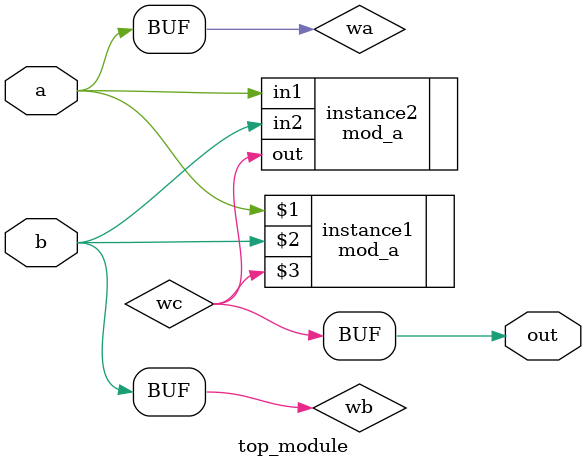
<source format=v>
module top_module ( input a, input b, output out );
    wire wa, wb, wc; // Define wires for connections

    // Connect by position
    mod_a instance1 ( wa, wb, wc );

    // Connect by name
    mod_a instance2 ( .out(wc), .in1(wa), .in2(wb) );

    // Connect top-level ports to wires
    assign wa = a;
    assign wb = b;
    assign out = wc;
endmodule

</source>
